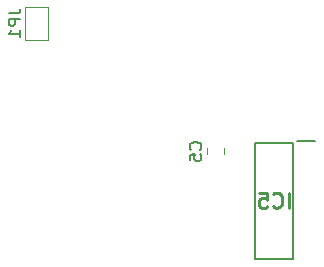
<source format=gbr>
%TF.GenerationSoftware,KiCad,Pcbnew,(5.1.9)-1*%
%TF.CreationDate,2021-04-24T17:32:51+02:00*%
%TF.ProjectId,Schaakbord_Bord,53636861-616b-4626-9f72-645f426f7264,rev?*%
%TF.SameCoordinates,Original*%
%TF.FileFunction,Legend,Bot*%
%TF.FilePolarity,Positive*%
%FSLAX46Y46*%
G04 Gerber Fmt 4.6, Leading zero omitted, Abs format (unit mm)*
G04 Created by KiCad (PCBNEW (5.1.9)-1) date 2021-04-24 17:32:51*
%MOMM*%
%LPD*%
G01*
G04 APERTURE LIST*
%ADD10C,0.120000*%
%ADD11C,0.200000*%
%ADD12C,0.150000*%
%ADD13C,0.254000*%
G04 APERTURE END LIST*
D10*
%TO.C,JP1*%
X142795500Y16449500D02*
X140795500Y16449500D01*
X142795500Y13649500D02*
X142795500Y16449500D01*
X140795500Y13649500D02*
X142795500Y13649500D01*
X140795500Y16449500D02*
X140795500Y13649500D01*
D11*
%TO.C,IC5*%
X163525000Y4950000D02*
X160325000Y4950000D01*
X160325000Y4950000D02*
X160325000Y-4950000D01*
X160325000Y-4950000D02*
X163525000Y-4950000D01*
X163525000Y-4950000D02*
X163525000Y4950000D01*
X165400000Y5120000D02*
X163875000Y5120000D01*
D10*
%TO.C,C5*%
X157707000Y3951248D02*
X157707000Y4473752D01*
X156237000Y3951248D02*
X156237000Y4473752D01*
%TO.C,JP1*%
D12*
X139447880Y15882833D02*
X140162166Y15882833D01*
X140305023Y15930452D01*
X140400261Y16025690D01*
X140447880Y16168547D01*
X140447880Y16263785D01*
X140447880Y15406642D02*
X139447880Y15406642D01*
X139447880Y15025690D01*
X139495500Y14930452D01*
X139543119Y14882833D01*
X139638357Y14835214D01*
X139781214Y14835214D01*
X139876452Y14882833D01*
X139924071Y14930452D01*
X139971690Y15025690D01*
X139971690Y15406642D01*
X140447880Y13882833D02*
X140447880Y14454261D01*
X140447880Y14168547D02*
X139447880Y14168547D01*
X139590738Y14263785D01*
X139685976Y14359023D01*
X139733595Y14454261D01*
%TO.C,IC5*%
D13*
X163164761Y-574523D02*
X163164761Y695476D01*
X161834285Y-453571D02*
X161894761Y-514047D01*
X162076190Y-574523D01*
X162197142Y-574523D01*
X162378571Y-514047D01*
X162499523Y-393095D01*
X162560000Y-272142D01*
X162620476Y-30238D01*
X162620476Y151190D01*
X162560000Y393095D01*
X162499523Y514047D01*
X162378571Y635000D01*
X162197142Y695476D01*
X162076190Y695476D01*
X161894761Y635000D01*
X161834285Y574523D01*
X160685238Y695476D02*
X161290000Y695476D01*
X161350476Y90714D01*
X161290000Y151190D01*
X161169047Y211666D01*
X160866666Y211666D01*
X160745714Y151190D01*
X160685238Y90714D01*
X160624761Y-30238D01*
X160624761Y-332619D01*
X160685238Y-453571D01*
X160745714Y-514047D01*
X160866666Y-574523D01*
X161169047Y-574523D01*
X161290000Y-514047D01*
X161350476Y-453571D01*
%TO.C,C5*%
D12*
X155678142Y4357666D02*
X155725761Y4405285D01*
X155773380Y4548142D01*
X155773380Y4643380D01*
X155725761Y4786238D01*
X155630523Y4881476D01*
X155535285Y4929095D01*
X155344809Y4976714D01*
X155201952Y4976714D01*
X155011476Y4929095D01*
X154916238Y4881476D01*
X154821000Y4786238D01*
X154773380Y4643380D01*
X154773380Y4548142D01*
X154821000Y4405285D01*
X154868619Y4357666D01*
X154773380Y3452904D02*
X154773380Y3929095D01*
X155249571Y3976714D01*
X155201952Y3929095D01*
X155154333Y3833857D01*
X155154333Y3595761D01*
X155201952Y3500523D01*
X155249571Y3452904D01*
X155344809Y3405285D01*
X155582904Y3405285D01*
X155678142Y3452904D01*
X155725761Y3500523D01*
X155773380Y3595761D01*
X155773380Y3833857D01*
X155725761Y3929095D01*
X155678142Y3976714D01*
%TD*%
M02*

</source>
